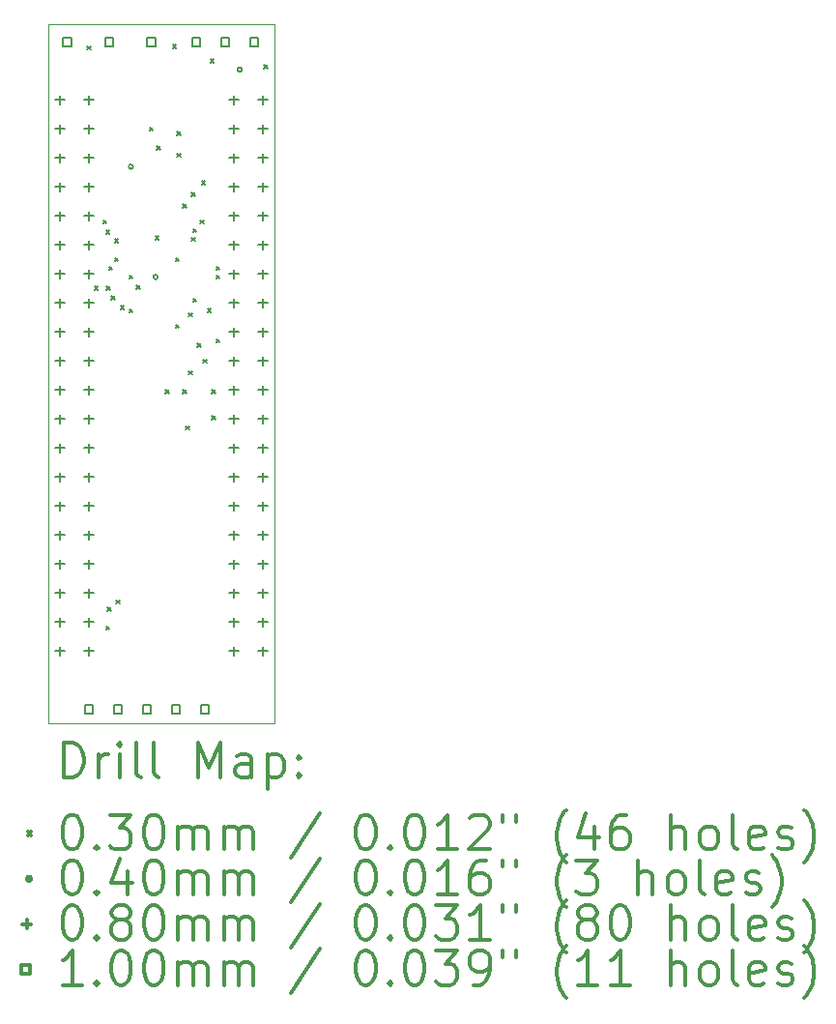
<source format=gbr>
%FSLAX45Y45*%
G04 Gerber Fmt 4.5, Leading zero omitted, Abs format (unit mm)*
G04 Created by KiCad (PCBNEW (5.1.5)-3) date 2020-06-01 03:44:00*
%MOMM*%
%LPD*%
G04 APERTURE LIST*
%TA.AperFunction,Profile*%
%ADD10C,0.050000*%
%TD*%
%ADD11C,0.200000*%
%ADD12C,0.300000*%
G04 APERTURE END LIST*
D10*
X9804400Y-4419600D02*
X9804400Y-10541000D01*
X9817100Y-4419600D02*
X9804400Y-4419600D01*
X11785600Y-10541000D02*
X9804400Y-10541000D01*
X11785600Y-4419600D02*
X11785600Y-10541000D01*
X9817100Y-4419600D02*
X11785600Y-4419600D01*
D11*
X10145000Y-4607800D02*
X10175000Y-4637800D01*
X10175000Y-4607800D02*
X10145000Y-4637800D01*
X10208500Y-6713386D02*
X10238500Y-6743386D01*
X10238500Y-6713386D02*
X10208500Y-6743386D01*
X10284700Y-6131800D02*
X10314700Y-6161800D01*
X10314700Y-6131800D02*
X10284700Y-6161800D01*
X10310100Y-6220700D02*
X10340100Y-6250700D01*
X10340100Y-6220700D02*
X10310100Y-6250700D01*
X10310100Y-9687800D02*
X10340100Y-9717800D01*
X10340100Y-9687800D02*
X10310100Y-9717800D01*
X10316599Y-6709799D02*
X10346599Y-6739799D01*
X10346599Y-6709799D02*
X10316599Y-6739799D01*
X10322800Y-9522700D02*
X10352800Y-9552700D01*
X10352800Y-9522700D02*
X10322800Y-9552700D01*
X10335500Y-6538200D02*
X10365500Y-6568200D01*
X10365500Y-6538200D02*
X10335500Y-6568200D01*
X10358601Y-6794499D02*
X10388601Y-6824499D01*
X10388601Y-6794499D02*
X10358601Y-6824499D01*
X10386300Y-6296900D02*
X10416300Y-6326900D01*
X10416300Y-6296900D02*
X10386300Y-6326900D01*
X10386300Y-6462000D02*
X10416300Y-6492000D01*
X10416300Y-6462000D02*
X10386300Y-6492000D01*
X10399000Y-9459200D02*
X10429000Y-9489200D01*
X10429000Y-9459200D02*
X10399000Y-9489200D01*
X10437100Y-6881100D02*
X10467100Y-6911100D01*
X10467100Y-6881100D02*
X10437100Y-6911100D01*
X10513300Y-6614400D02*
X10543300Y-6644400D01*
X10543300Y-6614400D02*
X10513300Y-6644400D01*
X10513300Y-6909412D02*
X10543300Y-6939412D01*
X10543300Y-6909412D02*
X10513300Y-6939412D01*
X10576800Y-6703300D02*
X10606800Y-6733300D01*
X10606800Y-6703300D02*
X10576800Y-6733300D01*
X10691100Y-5319000D02*
X10721100Y-5349000D01*
X10721100Y-5319000D02*
X10691100Y-5349000D01*
X10741900Y-6271500D02*
X10771900Y-6301500D01*
X10771900Y-6271500D02*
X10741900Y-6301500D01*
X10754600Y-5484100D02*
X10784600Y-5514100D01*
X10784600Y-5484100D02*
X10754600Y-5514100D01*
X10830800Y-7617700D02*
X10860800Y-7647700D01*
X10860800Y-7617700D02*
X10830800Y-7647700D01*
X10894300Y-4595100D02*
X10924300Y-4625100D01*
X10924300Y-4595100D02*
X10894300Y-4625100D01*
X10919700Y-6462000D02*
X10949700Y-6492000D01*
X10949700Y-6462000D02*
X10919700Y-6492000D01*
X10919700Y-7046200D02*
X10949700Y-7076200D01*
X10949700Y-7046200D02*
X10919700Y-7076200D01*
X10932400Y-5357100D02*
X10962400Y-5387100D01*
X10962400Y-5357100D02*
X10932400Y-5387100D01*
X10932400Y-5547600D02*
X10962400Y-5577600D01*
X10962400Y-5547600D02*
X10932400Y-5577600D01*
X10983200Y-5992100D02*
X11013200Y-6022100D01*
X11013200Y-5992100D02*
X10983200Y-6022100D01*
X10983200Y-7617700D02*
X11013200Y-7647700D01*
X11013200Y-7617700D02*
X10983200Y-7647700D01*
X11008600Y-7935200D02*
X11038600Y-7965200D01*
X11038600Y-7935200D02*
X11008600Y-7965200D01*
X11034000Y-6944600D02*
X11064000Y-6974600D01*
X11064000Y-6944600D02*
X11034000Y-6974600D01*
X11034000Y-7452600D02*
X11064000Y-7482600D01*
X11064000Y-7452600D02*
X11034000Y-7482600D01*
X11059400Y-5890500D02*
X11089400Y-5920500D01*
X11089400Y-5890500D02*
X11059400Y-5920500D01*
X11059400Y-6284200D02*
X11089400Y-6314200D01*
X11089400Y-6284200D02*
X11059400Y-6314200D01*
X11072100Y-6208000D02*
X11102100Y-6238000D01*
X11102100Y-6208000D02*
X11072100Y-6238000D01*
X11072100Y-6817600D02*
X11102100Y-6847600D01*
X11102100Y-6817600D02*
X11072100Y-6847600D01*
X11110200Y-7211300D02*
X11140200Y-7241300D01*
X11140200Y-7211300D02*
X11110200Y-7241300D01*
X11135600Y-6131800D02*
X11165600Y-6161800D01*
X11165600Y-6131800D02*
X11135600Y-6161800D01*
X11148300Y-5788900D02*
X11178300Y-5818900D01*
X11178300Y-5788900D02*
X11148300Y-5818900D01*
X11161000Y-7351000D02*
X11191000Y-7381000D01*
X11191000Y-7351000D02*
X11161000Y-7381000D01*
X11199100Y-6906500D02*
X11229100Y-6936500D01*
X11229100Y-6906500D02*
X11199100Y-6936500D01*
X11224500Y-4722100D02*
X11254500Y-4752100D01*
X11254500Y-4722100D02*
X11224500Y-4752100D01*
X11237200Y-7617700D02*
X11267200Y-7647700D01*
X11267200Y-7617700D02*
X11237200Y-7647700D01*
X11237200Y-7846300D02*
X11267200Y-7876300D01*
X11267200Y-7846300D02*
X11237200Y-7876300D01*
X11275300Y-6538200D02*
X11305300Y-6568200D01*
X11305300Y-6538200D02*
X11275300Y-6568200D01*
X11275300Y-6614400D02*
X11305300Y-6644400D01*
X11305300Y-6614400D02*
X11275300Y-6644400D01*
X11275300Y-7173200D02*
X11305300Y-7203200D01*
X11305300Y-7173200D02*
X11275300Y-7203200D01*
X11694400Y-4772900D02*
X11724400Y-4802900D01*
X11724400Y-4772900D02*
X11694400Y-4802900D01*
X10548300Y-5664200D02*
G75*
G03X10548300Y-5664200I-20000J0D01*
G01*
X10764200Y-6629400D02*
G75*
G03X10764200Y-6629400I-20000J0D01*
G01*
X11500800Y-4813300D02*
G75*
G03X11500800Y-4813300I-20000J0D01*
G01*
X10160000Y-5040000D02*
X10160000Y-5120000D01*
X10120000Y-5080000D02*
X10200000Y-5080000D01*
X10160000Y-5294000D02*
X10160000Y-5374000D01*
X10120000Y-5334000D02*
X10200000Y-5334000D01*
X10160000Y-5548000D02*
X10160000Y-5628000D01*
X10120000Y-5588000D02*
X10200000Y-5588000D01*
X10160000Y-5802000D02*
X10160000Y-5882000D01*
X10120000Y-5842000D02*
X10200000Y-5842000D01*
X10160000Y-6056000D02*
X10160000Y-6136000D01*
X10120000Y-6096000D02*
X10200000Y-6096000D01*
X10160000Y-6310000D02*
X10160000Y-6390000D01*
X10120000Y-6350000D02*
X10200000Y-6350000D01*
X10160000Y-6564000D02*
X10160000Y-6644000D01*
X10120000Y-6604000D02*
X10200000Y-6604000D01*
X10160000Y-6818000D02*
X10160000Y-6898000D01*
X10120000Y-6858000D02*
X10200000Y-6858000D01*
X10160000Y-7072000D02*
X10160000Y-7152000D01*
X10120000Y-7112000D02*
X10200000Y-7112000D01*
X10160000Y-7326000D02*
X10160000Y-7406000D01*
X10120000Y-7366000D02*
X10200000Y-7366000D01*
X10160000Y-7580000D02*
X10160000Y-7660000D01*
X10120000Y-7620000D02*
X10200000Y-7620000D01*
X10160000Y-7834000D02*
X10160000Y-7914000D01*
X10120000Y-7874000D02*
X10200000Y-7874000D01*
X10160000Y-8088000D02*
X10160000Y-8168000D01*
X10120000Y-8128000D02*
X10200000Y-8128000D01*
X10160000Y-8342000D02*
X10160000Y-8422000D01*
X10120000Y-8382000D02*
X10200000Y-8382000D01*
X10160000Y-8596000D02*
X10160000Y-8676000D01*
X10120000Y-8636000D02*
X10200000Y-8636000D01*
X10160000Y-8850000D02*
X10160000Y-8930000D01*
X10120000Y-8890000D02*
X10200000Y-8890000D01*
X10160000Y-9104000D02*
X10160000Y-9184000D01*
X10120000Y-9144000D02*
X10200000Y-9144000D01*
X10160000Y-9358000D02*
X10160000Y-9438000D01*
X10120000Y-9398000D02*
X10200000Y-9398000D01*
X10160000Y-9612000D02*
X10160000Y-9692000D01*
X10120000Y-9652000D02*
X10200000Y-9652000D01*
X10160000Y-9866000D02*
X10160000Y-9946000D01*
X10120000Y-9906000D02*
X10200000Y-9906000D01*
X11684000Y-5040000D02*
X11684000Y-5120000D01*
X11644000Y-5080000D02*
X11724000Y-5080000D01*
X11684000Y-5294000D02*
X11684000Y-5374000D01*
X11644000Y-5334000D02*
X11724000Y-5334000D01*
X11684000Y-5548000D02*
X11684000Y-5628000D01*
X11644000Y-5588000D02*
X11724000Y-5588000D01*
X11684000Y-5802000D02*
X11684000Y-5882000D01*
X11644000Y-5842000D02*
X11724000Y-5842000D01*
X11684000Y-6056000D02*
X11684000Y-6136000D01*
X11644000Y-6096000D02*
X11724000Y-6096000D01*
X11684000Y-6310000D02*
X11684000Y-6390000D01*
X11644000Y-6350000D02*
X11724000Y-6350000D01*
X11684000Y-6564000D02*
X11684000Y-6644000D01*
X11644000Y-6604000D02*
X11724000Y-6604000D01*
X11684000Y-6818000D02*
X11684000Y-6898000D01*
X11644000Y-6858000D02*
X11724000Y-6858000D01*
X11684000Y-7072000D02*
X11684000Y-7152000D01*
X11644000Y-7112000D02*
X11724000Y-7112000D01*
X11684000Y-7326000D02*
X11684000Y-7406000D01*
X11644000Y-7366000D02*
X11724000Y-7366000D01*
X11684000Y-7580000D02*
X11684000Y-7660000D01*
X11644000Y-7620000D02*
X11724000Y-7620000D01*
X11684000Y-7834000D02*
X11684000Y-7914000D01*
X11644000Y-7874000D02*
X11724000Y-7874000D01*
X11684000Y-8088000D02*
X11684000Y-8168000D01*
X11644000Y-8128000D02*
X11724000Y-8128000D01*
X11684000Y-8342000D02*
X11684000Y-8422000D01*
X11644000Y-8382000D02*
X11724000Y-8382000D01*
X11684000Y-8596000D02*
X11684000Y-8676000D01*
X11644000Y-8636000D02*
X11724000Y-8636000D01*
X11684000Y-8850000D02*
X11684000Y-8930000D01*
X11644000Y-8890000D02*
X11724000Y-8890000D01*
X11684000Y-9104000D02*
X11684000Y-9184000D01*
X11644000Y-9144000D02*
X11724000Y-9144000D01*
X11684000Y-9358000D02*
X11684000Y-9438000D01*
X11644000Y-9398000D02*
X11724000Y-9398000D01*
X11684000Y-9612000D02*
X11684000Y-9692000D01*
X11644000Y-9652000D02*
X11724000Y-9652000D01*
X11684000Y-9866000D02*
X11684000Y-9946000D01*
X11644000Y-9906000D02*
X11724000Y-9906000D01*
X9906000Y-5040000D02*
X9906000Y-5120000D01*
X9866000Y-5080000D02*
X9946000Y-5080000D01*
X9906000Y-5294000D02*
X9906000Y-5374000D01*
X9866000Y-5334000D02*
X9946000Y-5334000D01*
X9906000Y-5548000D02*
X9906000Y-5628000D01*
X9866000Y-5588000D02*
X9946000Y-5588000D01*
X9906000Y-5802000D02*
X9906000Y-5882000D01*
X9866000Y-5842000D02*
X9946000Y-5842000D01*
X9906000Y-6056000D02*
X9906000Y-6136000D01*
X9866000Y-6096000D02*
X9946000Y-6096000D01*
X9906000Y-6310000D02*
X9906000Y-6390000D01*
X9866000Y-6350000D02*
X9946000Y-6350000D01*
X9906000Y-6564000D02*
X9906000Y-6644000D01*
X9866000Y-6604000D02*
X9946000Y-6604000D01*
X9906000Y-6818000D02*
X9906000Y-6898000D01*
X9866000Y-6858000D02*
X9946000Y-6858000D01*
X9906000Y-7072000D02*
X9906000Y-7152000D01*
X9866000Y-7112000D02*
X9946000Y-7112000D01*
X9906000Y-7326000D02*
X9906000Y-7406000D01*
X9866000Y-7366000D02*
X9946000Y-7366000D01*
X9906000Y-7580000D02*
X9906000Y-7660000D01*
X9866000Y-7620000D02*
X9946000Y-7620000D01*
X9906000Y-7834000D02*
X9906000Y-7914000D01*
X9866000Y-7874000D02*
X9946000Y-7874000D01*
X9906000Y-8088000D02*
X9906000Y-8168000D01*
X9866000Y-8128000D02*
X9946000Y-8128000D01*
X9906000Y-8342000D02*
X9906000Y-8422000D01*
X9866000Y-8382000D02*
X9946000Y-8382000D01*
X9906000Y-8596000D02*
X9906000Y-8676000D01*
X9866000Y-8636000D02*
X9946000Y-8636000D01*
X9906000Y-8850000D02*
X9906000Y-8930000D01*
X9866000Y-8890000D02*
X9946000Y-8890000D01*
X9906000Y-9104000D02*
X9906000Y-9184000D01*
X9866000Y-9144000D02*
X9946000Y-9144000D01*
X9906000Y-9358000D02*
X9906000Y-9438000D01*
X9866000Y-9398000D02*
X9946000Y-9398000D01*
X9906000Y-9612000D02*
X9906000Y-9692000D01*
X9866000Y-9652000D02*
X9946000Y-9652000D01*
X9906000Y-9866000D02*
X9906000Y-9946000D01*
X9866000Y-9906000D02*
X9946000Y-9906000D01*
X11430000Y-5040000D02*
X11430000Y-5120000D01*
X11390000Y-5080000D02*
X11470000Y-5080000D01*
X11430000Y-5294000D02*
X11430000Y-5374000D01*
X11390000Y-5334000D02*
X11470000Y-5334000D01*
X11430000Y-5548000D02*
X11430000Y-5628000D01*
X11390000Y-5588000D02*
X11470000Y-5588000D01*
X11430000Y-5802000D02*
X11430000Y-5882000D01*
X11390000Y-5842000D02*
X11470000Y-5842000D01*
X11430000Y-6056000D02*
X11430000Y-6136000D01*
X11390000Y-6096000D02*
X11470000Y-6096000D01*
X11430000Y-6310000D02*
X11430000Y-6390000D01*
X11390000Y-6350000D02*
X11470000Y-6350000D01*
X11430000Y-6564000D02*
X11430000Y-6644000D01*
X11390000Y-6604000D02*
X11470000Y-6604000D01*
X11430000Y-6818000D02*
X11430000Y-6898000D01*
X11390000Y-6858000D02*
X11470000Y-6858000D01*
X11430000Y-7072000D02*
X11430000Y-7152000D01*
X11390000Y-7112000D02*
X11470000Y-7112000D01*
X11430000Y-7326000D02*
X11430000Y-7406000D01*
X11390000Y-7366000D02*
X11470000Y-7366000D01*
X11430000Y-7580000D02*
X11430000Y-7660000D01*
X11390000Y-7620000D02*
X11470000Y-7620000D01*
X11430000Y-7834000D02*
X11430000Y-7914000D01*
X11390000Y-7874000D02*
X11470000Y-7874000D01*
X11430000Y-8088000D02*
X11430000Y-8168000D01*
X11390000Y-8128000D02*
X11470000Y-8128000D01*
X11430000Y-8342000D02*
X11430000Y-8422000D01*
X11390000Y-8382000D02*
X11470000Y-8382000D01*
X11430000Y-8596000D02*
X11430000Y-8676000D01*
X11390000Y-8636000D02*
X11470000Y-8636000D01*
X11430000Y-8850000D02*
X11430000Y-8930000D01*
X11390000Y-8890000D02*
X11470000Y-8890000D01*
X11430000Y-9104000D02*
X11430000Y-9184000D01*
X11390000Y-9144000D02*
X11470000Y-9144000D01*
X11430000Y-9358000D02*
X11430000Y-9438000D01*
X11390000Y-9398000D02*
X11470000Y-9398000D01*
X11430000Y-9612000D02*
X11430000Y-9692000D01*
X11390000Y-9652000D02*
X11470000Y-9652000D01*
X11430000Y-9866000D02*
X11430000Y-9946000D01*
X11390000Y-9906000D02*
X11470000Y-9906000D01*
X10195356Y-10449356D02*
X10195356Y-10378644D01*
X10124644Y-10378644D01*
X10124644Y-10449356D01*
X10195356Y-10449356D01*
X10449356Y-10449356D02*
X10449356Y-10378644D01*
X10378644Y-10378644D01*
X10378644Y-10449356D01*
X10449356Y-10449356D01*
X10703356Y-10449356D02*
X10703356Y-10378644D01*
X10632644Y-10378644D01*
X10632644Y-10449356D01*
X10703356Y-10449356D01*
X10957356Y-10449356D02*
X10957356Y-10378644D01*
X10886644Y-10378644D01*
X10886644Y-10449356D01*
X10957356Y-10449356D01*
X11211356Y-10449356D02*
X11211356Y-10378644D01*
X11140644Y-10378644D01*
X11140644Y-10449356D01*
X11211356Y-10449356D01*
X10373156Y-4607356D02*
X10373156Y-4536644D01*
X10302444Y-4536644D01*
X10302444Y-4607356D01*
X10373156Y-4607356D01*
X11135156Y-4607356D02*
X11135156Y-4536644D01*
X11064444Y-4536644D01*
X11064444Y-4607356D01*
X11135156Y-4607356D01*
X11389156Y-4607356D02*
X11389156Y-4536644D01*
X11318444Y-4536644D01*
X11318444Y-4607356D01*
X11389156Y-4607356D01*
X11643156Y-4607356D02*
X11643156Y-4536644D01*
X11572444Y-4536644D01*
X11572444Y-4607356D01*
X11643156Y-4607356D01*
X10004856Y-4607356D02*
X10004856Y-4536644D01*
X9934144Y-4536644D01*
X9934144Y-4607356D01*
X10004856Y-4607356D01*
X10741456Y-4607356D02*
X10741456Y-4536644D01*
X10670744Y-4536644D01*
X10670744Y-4607356D01*
X10741456Y-4607356D01*
D12*
X9942429Y-11009214D02*
X9942429Y-10709214D01*
X10013857Y-10709214D01*
X10056714Y-10723500D01*
X10085286Y-10752072D01*
X10099571Y-10780643D01*
X10113857Y-10837786D01*
X10113857Y-10880643D01*
X10099571Y-10937786D01*
X10085286Y-10966357D01*
X10056714Y-10994929D01*
X10013857Y-11009214D01*
X9942429Y-11009214D01*
X10242429Y-11009214D02*
X10242429Y-10809214D01*
X10242429Y-10866357D02*
X10256714Y-10837786D01*
X10271000Y-10823500D01*
X10299571Y-10809214D01*
X10328143Y-10809214D01*
X10428143Y-11009214D02*
X10428143Y-10809214D01*
X10428143Y-10709214D02*
X10413857Y-10723500D01*
X10428143Y-10737786D01*
X10442429Y-10723500D01*
X10428143Y-10709214D01*
X10428143Y-10737786D01*
X10613857Y-11009214D02*
X10585286Y-10994929D01*
X10571000Y-10966357D01*
X10571000Y-10709214D01*
X10771000Y-11009214D02*
X10742429Y-10994929D01*
X10728143Y-10966357D01*
X10728143Y-10709214D01*
X11113857Y-11009214D02*
X11113857Y-10709214D01*
X11213857Y-10923500D01*
X11313857Y-10709214D01*
X11313857Y-11009214D01*
X11585286Y-11009214D02*
X11585286Y-10852072D01*
X11571000Y-10823500D01*
X11542428Y-10809214D01*
X11485286Y-10809214D01*
X11456714Y-10823500D01*
X11585286Y-10994929D02*
X11556714Y-11009214D01*
X11485286Y-11009214D01*
X11456714Y-10994929D01*
X11442428Y-10966357D01*
X11442428Y-10937786D01*
X11456714Y-10909214D01*
X11485286Y-10894929D01*
X11556714Y-10894929D01*
X11585286Y-10880643D01*
X11728143Y-10809214D02*
X11728143Y-11109214D01*
X11728143Y-10823500D02*
X11756714Y-10809214D01*
X11813857Y-10809214D01*
X11842428Y-10823500D01*
X11856714Y-10837786D01*
X11871000Y-10866357D01*
X11871000Y-10952072D01*
X11856714Y-10980643D01*
X11842428Y-10994929D01*
X11813857Y-11009214D01*
X11756714Y-11009214D01*
X11728143Y-10994929D01*
X11999571Y-10980643D02*
X12013857Y-10994929D01*
X11999571Y-11009214D01*
X11985286Y-10994929D01*
X11999571Y-10980643D01*
X11999571Y-11009214D01*
X11999571Y-10823500D02*
X12013857Y-10837786D01*
X11999571Y-10852072D01*
X11985286Y-10837786D01*
X11999571Y-10823500D01*
X11999571Y-10852072D01*
X9626000Y-11488500D02*
X9656000Y-11518500D01*
X9656000Y-11488500D02*
X9626000Y-11518500D01*
X9999571Y-11339214D02*
X10028143Y-11339214D01*
X10056714Y-11353500D01*
X10071000Y-11367786D01*
X10085286Y-11396357D01*
X10099571Y-11453500D01*
X10099571Y-11524929D01*
X10085286Y-11582071D01*
X10071000Y-11610643D01*
X10056714Y-11624929D01*
X10028143Y-11639214D01*
X9999571Y-11639214D01*
X9971000Y-11624929D01*
X9956714Y-11610643D01*
X9942429Y-11582071D01*
X9928143Y-11524929D01*
X9928143Y-11453500D01*
X9942429Y-11396357D01*
X9956714Y-11367786D01*
X9971000Y-11353500D01*
X9999571Y-11339214D01*
X10228143Y-11610643D02*
X10242429Y-11624929D01*
X10228143Y-11639214D01*
X10213857Y-11624929D01*
X10228143Y-11610643D01*
X10228143Y-11639214D01*
X10342429Y-11339214D02*
X10528143Y-11339214D01*
X10428143Y-11453500D01*
X10471000Y-11453500D01*
X10499571Y-11467786D01*
X10513857Y-11482071D01*
X10528143Y-11510643D01*
X10528143Y-11582071D01*
X10513857Y-11610643D01*
X10499571Y-11624929D01*
X10471000Y-11639214D01*
X10385286Y-11639214D01*
X10356714Y-11624929D01*
X10342429Y-11610643D01*
X10713857Y-11339214D02*
X10742429Y-11339214D01*
X10771000Y-11353500D01*
X10785286Y-11367786D01*
X10799571Y-11396357D01*
X10813857Y-11453500D01*
X10813857Y-11524929D01*
X10799571Y-11582071D01*
X10785286Y-11610643D01*
X10771000Y-11624929D01*
X10742429Y-11639214D01*
X10713857Y-11639214D01*
X10685286Y-11624929D01*
X10671000Y-11610643D01*
X10656714Y-11582071D01*
X10642429Y-11524929D01*
X10642429Y-11453500D01*
X10656714Y-11396357D01*
X10671000Y-11367786D01*
X10685286Y-11353500D01*
X10713857Y-11339214D01*
X10942429Y-11639214D02*
X10942429Y-11439214D01*
X10942429Y-11467786D02*
X10956714Y-11453500D01*
X10985286Y-11439214D01*
X11028143Y-11439214D01*
X11056714Y-11453500D01*
X11071000Y-11482071D01*
X11071000Y-11639214D01*
X11071000Y-11482071D02*
X11085286Y-11453500D01*
X11113857Y-11439214D01*
X11156714Y-11439214D01*
X11185286Y-11453500D01*
X11199571Y-11482071D01*
X11199571Y-11639214D01*
X11342428Y-11639214D02*
X11342428Y-11439214D01*
X11342428Y-11467786D02*
X11356714Y-11453500D01*
X11385286Y-11439214D01*
X11428143Y-11439214D01*
X11456714Y-11453500D01*
X11471000Y-11482071D01*
X11471000Y-11639214D01*
X11471000Y-11482071D02*
X11485286Y-11453500D01*
X11513857Y-11439214D01*
X11556714Y-11439214D01*
X11585286Y-11453500D01*
X11599571Y-11482071D01*
X11599571Y-11639214D01*
X12185286Y-11324929D02*
X11928143Y-11710643D01*
X12571000Y-11339214D02*
X12599571Y-11339214D01*
X12628143Y-11353500D01*
X12642428Y-11367786D01*
X12656714Y-11396357D01*
X12671000Y-11453500D01*
X12671000Y-11524929D01*
X12656714Y-11582071D01*
X12642428Y-11610643D01*
X12628143Y-11624929D01*
X12599571Y-11639214D01*
X12571000Y-11639214D01*
X12542428Y-11624929D01*
X12528143Y-11610643D01*
X12513857Y-11582071D01*
X12499571Y-11524929D01*
X12499571Y-11453500D01*
X12513857Y-11396357D01*
X12528143Y-11367786D01*
X12542428Y-11353500D01*
X12571000Y-11339214D01*
X12799571Y-11610643D02*
X12813857Y-11624929D01*
X12799571Y-11639214D01*
X12785286Y-11624929D01*
X12799571Y-11610643D01*
X12799571Y-11639214D01*
X12999571Y-11339214D02*
X13028143Y-11339214D01*
X13056714Y-11353500D01*
X13071000Y-11367786D01*
X13085286Y-11396357D01*
X13099571Y-11453500D01*
X13099571Y-11524929D01*
X13085286Y-11582071D01*
X13071000Y-11610643D01*
X13056714Y-11624929D01*
X13028143Y-11639214D01*
X12999571Y-11639214D01*
X12971000Y-11624929D01*
X12956714Y-11610643D01*
X12942428Y-11582071D01*
X12928143Y-11524929D01*
X12928143Y-11453500D01*
X12942428Y-11396357D01*
X12956714Y-11367786D01*
X12971000Y-11353500D01*
X12999571Y-11339214D01*
X13385286Y-11639214D02*
X13213857Y-11639214D01*
X13299571Y-11639214D02*
X13299571Y-11339214D01*
X13271000Y-11382071D01*
X13242428Y-11410643D01*
X13213857Y-11424929D01*
X13499571Y-11367786D02*
X13513857Y-11353500D01*
X13542428Y-11339214D01*
X13613857Y-11339214D01*
X13642428Y-11353500D01*
X13656714Y-11367786D01*
X13671000Y-11396357D01*
X13671000Y-11424929D01*
X13656714Y-11467786D01*
X13485286Y-11639214D01*
X13671000Y-11639214D01*
X13785286Y-11339214D02*
X13785286Y-11396357D01*
X13899571Y-11339214D02*
X13899571Y-11396357D01*
X14342428Y-11753500D02*
X14328143Y-11739214D01*
X14299571Y-11696357D01*
X14285286Y-11667786D01*
X14271000Y-11624929D01*
X14256714Y-11553500D01*
X14256714Y-11496357D01*
X14271000Y-11424929D01*
X14285286Y-11382071D01*
X14299571Y-11353500D01*
X14328143Y-11310643D01*
X14342428Y-11296357D01*
X14585286Y-11439214D02*
X14585286Y-11639214D01*
X14513857Y-11324929D02*
X14442428Y-11539214D01*
X14628143Y-11539214D01*
X14871000Y-11339214D02*
X14813857Y-11339214D01*
X14785286Y-11353500D01*
X14771000Y-11367786D01*
X14742428Y-11410643D01*
X14728143Y-11467786D01*
X14728143Y-11582071D01*
X14742428Y-11610643D01*
X14756714Y-11624929D01*
X14785286Y-11639214D01*
X14842428Y-11639214D01*
X14871000Y-11624929D01*
X14885286Y-11610643D01*
X14899571Y-11582071D01*
X14899571Y-11510643D01*
X14885286Y-11482071D01*
X14871000Y-11467786D01*
X14842428Y-11453500D01*
X14785286Y-11453500D01*
X14756714Y-11467786D01*
X14742428Y-11482071D01*
X14728143Y-11510643D01*
X15256714Y-11639214D02*
X15256714Y-11339214D01*
X15385286Y-11639214D02*
X15385286Y-11482071D01*
X15371000Y-11453500D01*
X15342428Y-11439214D01*
X15299571Y-11439214D01*
X15271000Y-11453500D01*
X15256714Y-11467786D01*
X15571000Y-11639214D02*
X15542428Y-11624929D01*
X15528143Y-11610643D01*
X15513857Y-11582071D01*
X15513857Y-11496357D01*
X15528143Y-11467786D01*
X15542428Y-11453500D01*
X15571000Y-11439214D01*
X15613857Y-11439214D01*
X15642428Y-11453500D01*
X15656714Y-11467786D01*
X15671000Y-11496357D01*
X15671000Y-11582071D01*
X15656714Y-11610643D01*
X15642428Y-11624929D01*
X15613857Y-11639214D01*
X15571000Y-11639214D01*
X15842428Y-11639214D02*
X15813857Y-11624929D01*
X15799571Y-11596357D01*
X15799571Y-11339214D01*
X16071000Y-11624929D02*
X16042428Y-11639214D01*
X15985286Y-11639214D01*
X15956714Y-11624929D01*
X15942428Y-11596357D01*
X15942428Y-11482071D01*
X15956714Y-11453500D01*
X15985286Y-11439214D01*
X16042428Y-11439214D01*
X16071000Y-11453500D01*
X16085286Y-11482071D01*
X16085286Y-11510643D01*
X15942428Y-11539214D01*
X16199571Y-11624929D02*
X16228143Y-11639214D01*
X16285286Y-11639214D01*
X16313857Y-11624929D01*
X16328143Y-11596357D01*
X16328143Y-11582071D01*
X16313857Y-11553500D01*
X16285286Y-11539214D01*
X16242428Y-11539214D01*
X16213857Y-11524929D01*
X16199571Y-11496357D01*
X16199571Y-11482071D01*
X16213857Y-11453500D01*
X16242428Y-11439214D01*
X16285286Y-11439214D01*
X16313857Y-11453500D01*
X16428143Y-11753500D02*
X16442428Y-11739214D01*
X16471000Y-11696357D01*
X16485286Y-11667786D01*
X16499571Y-11624929D01*
X16513857Y-11553500D01*
X16513857Y-11496357D01*
X16499571Y-11424929D01*
X16485286Y-11382071D01*
X16471000Y-11353500D01*
X16442428Y-11310643D01*
X16428143Y-11296357D01*
X9656000Y-11899500D02*
G75*
G03X9656000Y-11899500I-20000J0D01*
G01*
X9999571Y-11735214D02*
X10028143Y-11735214D01*
X10056714Y-11749500D01*
X10071000Y-11763786D01*
X10085286Y-11792357D01*
X10099571Y-11849500D01*
X10099571Y-11920929D01*
X10085286Y-11978071D01*
X10071000Y-12006643D01*
X10056714Y-12020929D01*
X10028143Y-12035214D01*
X9999571Y-12035214D01*
X9971000Y-12020929D01*
X9956714Y-12006643D01*
X9942429Y-11978071D01*
X9928143Y-11920929D01*
X9928143Y-11849500D01*
X9942429Y-11792357D01*
X9956714Y-11763786D01*
X9971000Y-11749500D01*
X9999571Y-11735214D01*
X10228143Y-12006643D02*
X10242429Y-12020929D01*
X10228143Y-12035214D01*
X10213857Y-12020929D01*
X10228143Y-12006643D01*
X10228143Y-12035214D01*
X10499571Y-11835214D02*
X10499571Y-12035214D01*
X10428143Y-11720929D02*
X10356714Y-11935214D01*
X10542429Y-11935214D01*
X10713857Y-11735214D02*
X10742429Y-11735214D01*
X10771000Y-11749500D01*
X10785286Y-11763786D01*
X10799571Y-11792357D01*
X10813857Y-11849500D01*
X10813857Y-11920929D01*
X10799571Y-11978071D01*
X10785286Y-12006643D01*
X10771000Y-12020929D01*
X10742429Y-12035214D01*
X10713857Y-12035214D01*
X10685286Y-12020929D01*
X10671000Y-12006643D01*
X10656714Y-11978071D01*
X10642429Y-11920929D01*
X10642429Y-11849500D01*
X10656714Y-11792357D01*
X10671000Y-11763786D01*
X10685286Y-11749500D01*
X10713857Y-11735214D01*
X10942429Y-12035214D02*
X10942429Y-11835214D01*
X10942429Y-11863786D02*
X10956714Y-11849500D01*
X10985286Y-11835214D01*
X11028143Y-11835214D01*
X11056714Y-11849500D01*
X11071000Y-11878071D01*
X11071000Y-12035214D01*
X11071000Y-11878071D02*
X11085286Y-11849500D01*
X11113857Y-11835214D01*
X11156714Y-11835214D01*
X11185286Y-11849500D01*
X11199571Y-11878071D01*
X11199571Y-12035214D01*
X11342428Y-12035214D02*
X11342428Y-11835214D01*
X11342428Y-11863786D02*
X11356714Y-11849500D01*
X11385286Y-11835214D01*
X11428143Y-11835214D01*
X11456714Y-11849500D01*
X11471000Y-11878071D01*
X11471000Y-12035214D01*
X11471000Y-11878071D02*
X11485286Y-11849500D01*
X11513857Y-11835214D01*
X11556714Y-11835214D01*
X11585286Y-11849500D01*
X11599571Y-11878071D01*
X11599571Y-12035214D01*
X12185286Y-11720929D02*
X11928143Y-12106643D01*
X12571000Y-11735214D02*
X12599571Y-11735214D01*
X12628143Y-11749500D01*
X12642428Y-11763786D01*
X12656714Y-11792357D01*
X12671000Y-11849500D01*
X12671000Y-11920929D01*
X12656714Y-11978071D01*
X12642428Y-12006643D01*
X12628143Y-12020929D01*
X12599571Y-12035214D01*
X12571000Y-12035214D01*
X12542428Y-12020929D01*
X12528143Y-12006643D01*
X12513857Y-11978071D01*
X12499571Y-11920929D01*
X12499571Y-11849500D01*
X12513857Y-11792357D01*
X12528143Y-11763786D01*
X12542428Y-11749500D01*
X12571000Y-11735214D01*
X12799571Y-12006643D02*
X12813857Y-12020929D01*
X12799571Y-12035214D01*
X12785286Y-12020929D01*
X12799571Y-12006643D01*
X12799571Y-12035214D01*
X12999571Y-11735214D02*
X13028143Y-11735214D01*
X13056714Y-11749500D01*
X13071000Y-11763786D01*
X13085286Y-11792357D01*
X13099571Y-11849500D01*
X13099571Y-11920929D01*
X13085286Y-11978071D01*
X13071000Y-12006643D01*
X13056714Y-12020929D01*
X13028143Y-12035214D01*
X12999571Y-12035214D01*
X12971000Y-12020929D01*
X12956714Y-12006643D01*
X12942428Y-11978071D01*
X12928143Y-11920929D01*
X12928143Y-11849500D01*
X12942428Y-11792357D01*
X12956714Y-11763786D01*
X12971000Y-11749500D01*
X12999571Y-11735214D01*
X13385286Y-12035214D02*
X13213857Y-12035214D01*
X13299571Y-12035214D02*
X13299571Y-11735214D01*
X13271000Y-11778071D01*
X13242428Y-11806643D01*
X13213857Y-11820929D01*
X13642428Y-11735214D02*
X13585286Y-11735214D01*
X13556714Y-11749500D01*
X13542428Y-11763786D01*
X13513857Y-11806643D01*
X13499571Y-11863786D01*
X13499571Y-11978071D01*
X13513857Y-12006643D01*
X13528143Y-12020929D01*
X13556714Y-12035214D01*
X13613857Y-12035214D01*
X13642428Y-12020929D01*
X13656714Y-12006643D01*
X13671000Y-11978071D01*
X13671000Y-11906643D01*
X13656714Y-11878071D01*
X13642428Y-11863786D01*
X13613857Y-11849500D01*
X13556714Y-11849500D01*
X13528143Y-11863786D01*
X13513857Y-11878071D01*
X13499571Y-11906643D01*
X13785286Y-11735214D02*
X13785286Y-11792357D01*
X13899571Y-11735214D02*
X13899571Y-11792357D01*
X14342428Y-12149500D02*
X14328143Y-12135214D01*
X14299571Y-12092357D01*
X14285286Y-12063786D01*
X14271000Y-12020929D01*
X14256714Y-11949500D01*
X14256714Y-11892357D01*
X14271000Y-11820929D01*
X14285286Y-11778071D01*
X14299571Y-11749500D01*
X14328143Y-11706643D01*
X14342428Y-11692357D01*
X14428143Y-11735214D02*
X14613857Y-11735214D01*
X14513857Y-11849500D01*
X14556714Y-11849500D01*
X14585286Y-11863786D01*
X14599571Y-11878071D01*
X14613857Y-11906643D01*
X14613857Y-11978071D01*
X14599571Y-12006643D01*
X14585286Y-12020929D01*
X14556714Y-12035214D01*
X14471000Y-12035214D01*
X14442428Y-12020929D01*
X14428143Y-12006643D01*
X14971000Y-12035214D02*
X14971000Y-11735214D01*
X15099571Y-12035214D02*
X15099571Y-11878071D01*
X15085286Y-11849500D01*
X15056714Y-11835214D01*
X15013857Y-11835214D01*
X14985286Y-11849500D01*
X14971000Y-11863786D01*
X15285286Y-12035214D02*
X15256714Y-12020929D01*
X15242428Y-12006643D01*
X15228143Y-11978071D01*
X15228143Y-11892357D01*
X15242428Y-11863786D01*
X15256714Y-11849500D01*
X15285286Y-11835214D01*
X15328143Y-11835214D01*
X15356714Y-11849500D01*
X15371000Y-11863786D01*
X15385286Y-11892357D01*
X15385286Y-11978071D01*
X15371000Y-12006643D01*
X15356714Y-12020929D01*
X15328143Y-12035214D01*
X15285286Y-12035214D01*
X15556714Y-12035214D02*
X15528143Y-12020929D01*
X15513857Y-11992357D01*
X15513857Y-11735214D01*
X15785286Y-12020929D02*
X15756714Y-12035214D01*
X15699571Y-12035214D01*
X15671000Y-12020929D01*
X15656714Y-11992357D01*
X15656714Y-11878071D01*
X15671000Y-11849500D01*
X15699571Y-11835214D01*
X15756714Y-11835214D01*
X15785286Y-11849500D01*
X15799571Y-11878071D01*
X15799571Y-11906643D01*
X15656714Y-11935214D01*
X15913857Y-12020929D02*
X15942428Y-12035214D01*
X15999571Y-12035214D01*
X16028143Y-12020929D01*
X16042428Y-11992357D01*
X16042428Y-11978071D01*
X16028143Y-11949500D01*
X15999571Y-11935214D01*
X15956714Y-11935214D01*
X15928143Y-11920929D01*
X15913857Y-11892357D01*
X15913857Y-11878071D01*
X15928143Y-11849500D01*
X15956714Y-11835214D01*
X15999571Y-11835214D01*
X16028143Y-11849500D01*
X16142428Y-12149500D02*
X16156714Y-12135214D01*
X16185286Y-12092357D01*
X16199571Y-12063786D01*
X16213857Y-12020929D01*
X16228143Y-11949500D01*
X16228143Y-11892357D01*
X16213857Y-11820929D01*
X16199571Y-11778071D01*
X16185286Y-11749500D01*
X16156714Y-11706643D01*
X16142428Y-11692357D01*
X9616000Y-12255500D02*
X9616000Y-12335500D01*
X9576000Y-12295500D02*
X9656000Y-12295500D01*
X9999571Y-12131214D02*
X10028143Y-12131214D01*
X10056714Y-12145500D01*
X10071000Y-12159786D01*
X10085286Y-12188357D01*
X10099571Y-12245500D01*
X10099571Y-12316929D01*
X10085286Y-12374071D01*
X10071000Y-12402643D01*
X10056714Y-12416929D01*
X10028143Y-12431214D01*
X9999571Y-12431214D01*
X9971000Y-12416929D01*
X9956714Y-12402643D01*
X9942429Y-12374071D01*
X9928143Y-12316929D01*
X9928143Y-12245500D01*
X9942429Y-12188357D01*
X9956714Y-12159786D01*
X9971000Y-12145500D01*
X9999571Y-12131214D01*
X10228143Y-12402643D02*
X10242429Y-12416929D01*
X10228143Y-12431214D01*
X10213857Y-12416929D01*
X10228143Y-12402643D01*
X10228143Y-12431214D01*
X10413857Y-12259786D02*
X10385286Y-12245500D01*
X10371000Y-12231214D01*
X10356714Y-12202643D01*
X10356714Y-12188357D01*
X10371000Y-12159786D01*
X10385286Y-12145500D01*
X10413857Y-12131214D01*
X10471000Y-12131214D01*
X10499571Y-12145500D01*
X10513857Y-12159786D01*
X10528143Y-12188357D01*
X10528143Y-12202643D01*
X10513857Y-12231214D01*
X10499571Y-12245500D01*
X10471000Y-12259786D01*
X10413857Y-12259786D01*
X10385286Y-12274071D01*
X10371000Y-12288357D01*
X10356714Y-12316929D01*
X10356714Y-12374071D01*
X10371000Y-12402643D01*
X10385286Y-12416929D01*
X10413857Y-12431214D01*
X10471000Y-12431214D01*
X10499571Y-12416929D01*
X10513857Y-12402643D01*
X10528143Y-12374071D01*
X10528143Y-12316929D01*
X10513857Y-12288357D01*
X10499571Y-12274071D01*
X10471000Y-12259786D01*
X10713857Y-12131214D02*
X10742429Y-12131214D01*
X10771000Y-12145500D01*
X10785286Y-12159786D01*
X10799571Y-12188357D01*
X10813857Y-12245500D01*
X10813857Y-12316929D01*
X10799571Y-12374071D01*
X10785286Y-12402643D01*
X10771000Y-12416929D01*
X10742429Y-12431214D01*
X10713857Y-12431214D01*
X10685286Y-12416929D01*
X10671000Y-12402643D01*
X10656714Y-12374071D01*
X10642429Y-12316929D01*
X10642429Y-12245500D01*
X10656714Y-12188357D01*
X10671000Y-12159786D01*
X10685286Y-12145500D01*
X10713857Y-12131214D01*
X10942429Y-12431214D02*
X10942429Y-12231214D01*
X10942429Y-12259786D02*
X10956714Y-12245500D01*
X10985286Y-12231214D01*
X11028143Y-12231214D01*
X11056714Y-12245500D01*
X11071000Y-12274071D01*
X11071000Y-12431214D01*
X11071000Y-12274071D02*
X11085286Y-12245500D01*
X11113857Y-12231214D01*
X11156714Y-12231214D01*
X11185286Y-12245500D01*
X11199571Y-12274071D01*
X11199571Y-12431214D01*
X11342428Y-12431214D02*
X11342428Y-12231214D01*
X11342428Y-12259786D02*
X11356714Y-12245500D01*
X11385286Y-12231214D01*
X11428143Y-12231214D01*
X11456714Y-12245500D01*
X11471000Y-12274071D01*
X11471000Y-12431214D01*
X11471000Y-12274071D02*
X11485286Y-12245500D01*
X11513857Y-12231214D01*
X11556714Y-12231214D01*
X11585286Y-12245500D01*
X11599571Y-12274071D01*
X11599571Y-12431214D01*
X12185286Y-12116929D02*
X11928143Y-12502643D01*
X12571000Y-12131214D02*
X12599571Y-12131214D01*
X12628143Y-12145500D01*
X12642428Y-12159786D01*
X12656714Y-12188357D01*
X12671000Y-12245500D01*
X12671000Y-12316929D01*
X12656714Y-12374071D01*
X12642428Y-12402643D01*
X12628143Y-12416929D01*
X12599571Y-12431214D01*
X12571000Y-12431214D01*
X12542428Y-12416929D01*
X12528143Y-12402643D01*
X12513857Y-12374071D01*
X12499571Y-12316929D01*
X12499571Y-12245500D01*
X12513857Y-12188357D01*
X12528143Y-12159786D01*
X12542428Y-12145500D01*
X12571000Y-12131214D01*
X12799571Y-12402643D02*
X12813857Y-12416929D01*
X12799571Y-12431214D01*
X12785286Y-12416929D01*
X12799571Y-12402643D01*
X12799571Y-12431214D01*
X12999571Y-12131214D02*
X13028143Y-12131214D01*
X13056714Y-12145500D01*
X13071000Y-12159786D01*
X13085286Y-12188357D01*
X13099571Y-12245500D01*
X13099571Y-12316929D01*
X13085286Y-12374071D01*
X13071000Y-12402643D01*
X13056714Y-12416929D01*
X13028143Y-12431214D01*
X12999571Y-12431214D01*
X12971000Y-12416929D01*
X12956714Y-12402643D01*
X12942428Y-12374071D01*
X12928143Y-12316929D01*
X12928143Y-12245500D01*
X12942428Y-12188357D01*
X12956714Y-12159786D01*
X12971000Y-12145500D01*
X12999571Y-12131214D01*
X13199571Y-12131214D02*
X13385286Y-12131214D01*
X13285286Y-12245500D01*
X13328143Y-12245500D01*
X13356714Y-12259786D01*
X13371000Y-12274071D01*
X13385286Y-12302643D01*
X13385286Y-12374071D01*
X13371000Y-12402643D01*
X13356714Y-12416929D01*
X13328143Y-12431214D01*
X13242428Y-12431214D01*
X13213857Y-12416929D01*
X13199571Y-12402643D01*
X13671000Y-12431214D02*
X13499571Y-12431214D01*
X13585286Y-12431214D02*
X13585286Y-12131214D01*
X13556714Y-12174071D01*
X13528143Y-12202643D01*
X13499571Y-12216929D01*
X13785286Y-12131214D02*
X13785286Y-12188357D01*
X13899571Y-12131214D02*
X13899571Y-12188357D01*
X14342428Y-12545500D02*
X14328143Y-12531214D01*
X14299571Y-12488357D01*
X14285286Y-12459786D01*
X14271000Y-12416929D01*
X14256714Y-12345500D01*
X14256714Y-12288357D01*
X14271000Y-12216929D01*
X14285286Y-12174071D01*
X14299571Y-12145500D01*
X14328143Y-12102643D01*
X14342428Y-12088357D01*
X14499571Y-12259786D02*
X14471000Y-12245500D01*
X14456714Y-12231214D01*
X14442428Y-12202643D01*
X14442428Y-12188357D01*
X14456714Y-12159786D01*
X14471000Y-12145500D01*
X14499571Y-12131214D01*
X14556714Y-12131214D01*
X14585286Y-12145500D01*
X14599571Y-12159786D01*
X14613857Y-12188357D01*
X14613857Y-12202643D01*
X14599571Y-12231214D01*
X14585286Y-12245500D01*
X14556714Y-12259786D01*
X14499571Y-12259786D01*
X14471000Y-12274071D01*
X14456714Y-12288357D01*
X14442428Y-12316929D01*
X14442428Y-12374071D01*
X14456714Y-12402643D01*
X14471000Y-12416929D01*
X14499571Y-12431214D01*
X14556714Y-12431214D01*
X14585286Y-12416929D01*
X14599571Y-12402643D01*
X14613857Y-12374071D01*
X14613857Y-12316929D01*
X14599571Y-12288357D01*
X14585286Y-12274071D01*
X14556714Y-12259786D01*
X14799571Y-12131214D02*
X14828143Y-12131214D01*
X14856714Y-12145500D01*
X14871000Y-12159786D01*
X14885286Y-12188357D01*
X14899571Y-12245500D01*
X14899571Y-12316929D01*
X14885286Y-12374071D01*
X14871000Y-12402643D01*
X14856714Y-12416929D01*
X14828143Y-12431214D01*
X14799571Y-12431214D01*
X14771000Y-12416929D01*
X14756714Y-12402643D01*
X14742428Y-12374071D01*
X14728143Y-12316929D01*
X14728143Y-12245500D01*
X14742428Y-12188357D01*
X14756714Y-12159786D01*
X14771000Y-12145500D01*
X14799571Y-12131214D01*
X15256714Y-12431214D02*
X15256714Y-12131214D01*
X15385286Y-12431214D02*
X15385286Y-12274071D01*
X15371000Y-12245500D01*
X15342428Y-12231214D01*
X15299571Y-12231214D01*
X15271000Y-12245500D01*
X15256714Y-12259786D01*
X15571000Y-12431214D02*
X15542428Y-12416929D01*
X15528143Y-12402643D01*
X15513857Y-12374071D01*
X15513857Y-12288357D01*
X15528143Y-12259786D01*
X15542428Y-12245500D01*
X15571000Y-12231214D01*
X15613857Y-12231214D01*
X15642428Y-12245500D01*
X15656714Y-12259786D01*
X15671000Y-12288357D01*
X15671000Y-12374071D01*
X15656714Y-12402643D01*
X15642428Y-12416929D01*
X15613857Y-12431214D01*
X15571000Y-12431214D01*
X15842428Y-12431214D02*
X15813857Y-12416929D01*
X15799571Y-12388357D01*
X15799571Y-12131214D01*
X16071000Y-12416929D02*
X16042428Y-12431214D01*
X15985286Y-12431214D01*
X15956714Y-12416929D01*
X15942428Y-12388357D01*
X15942428Y-12274071D01*
X15956714Y-12245500D01*
X15985286Y-12231214D01*
X16042428Y-12231214D01*
X16071000Y-12245500D01*
X16085286Y-12274071D01*
X16085286Y-12302643D01*
X15942428Y-12331214D01*
X16199571Y-12416929D02*
X16228143Y-12431214D01*
X16285286Y-12431214D01*
X16313857Y-12416929D01*
X16328143Y-12388357D01*
X16328143Y-12374071D01*
X16313857Y-12345500D01*
X16285286Y-12331214D01*
X16242428Y-12331214D01*
X16213857Y-12316929D01*
X16199571Y-12288357D01*
X16199571Y-12274071D01*
X16213857Y-12245500D01*
X16242428Y-12231214D01*
X16285286Y-12231214D01*
X16313857Y-12245500D01*
X16428143Y-12545500D02*
X16442428Y-12531214D01*
X16471000Y-12488357D01*
X16485286Y-12459786D01*
X16499571Y-12416929D01*
X16513857Y-12345500D01*
X16513857Y-12288357D01*
X16499571Y-12216929D01*
X16485286Y-12174071D01*
X16471000Y-12145500D01*
X16442428Y-12102643D01*
X16428143Y-12088357D01*
X9641356Y-12726856D02*
X9641356Y-12656144D01*
X9570644Y-12656144D01*
X9570644Y-12726856D01*
X9641356Y-12726856D01*
X10099571Y-12827214D02*
X9928143Y-12827214D01*
X10013857Y-12827214D02*
X10013857Y-12527214D01*
X9985286Y-12570071D01*
X9956714Y-12598643D01*
X9928143Y-12612929D01*
X10228143Y-12798643D02*
X10242429Y-12812929D01*
X10228143Y-12827214D01*
X10213857Y-12812929D01*
X10228143Y-12798643D01*
X10228143Y-12827214D01*
X10428143Y-12527214D02*
X10456714Y-12527214D01*
X10485286Y-12541500D01*
X10499571Y-12555786D01*
X10513857Y-12584357D01*
X10528143Y-12641500D01*
X10528143Y-12712929D01*
X10513857Y-12770071D01*
X10499571Y-12798643D01*
X10485286Y-12812929D01*
X10456714Y-12827214D01*
X10428143Y-12827214D01*
X10399571Y-12812929D01*
X10385286Y-12798643D01*
X10371000Y-12770071D01*
X10356714Y-12712929D01*
X10356714Y-12641500D01*
X10371000Y-12584357D01*
X10385286Y-12555786D01*
X10399571Y-12541500D01*
X10428143Y-12527214D01*
X10713857Y-12527214D02*
X10742429Y-12527214D01*
X10771000Y-12541500D01*
X10785286Y-12555786D01*
X10799571Y-12584357D01*
X10813857Y-12641500D01*
X10813857Y-12712929D01*
X10799571Y-12770071D01*
X10785286Y-12798643D01*
X10771000Y-12812929D01*
X10742429Y-12827214D01*
X10713857Y-12827214D01*
X10685286Y-12812929D01*
X10671000Y-12798643D01*
X10656714Y-12770071D01*
X10642429Y-12712929D01*
X10642429Y-12641500D01*
X10656714Y-12584357D01*
X10671000Y-12555786D01*
X10685286Y-12541500D01*
X10713857Y-12527214D01*
X10942429Y-12827214D02*
X10942429Y-12627214D01*
X10942429Y-12655786D02*
X10956714Y-12641500D01*
X10985286Y-12627214D01*
X11028143Y-12627214D01*
X11056714Y-12641500D01*
X11071000Y-12670071D01*
X11071000Y-12827214D01*
X11071000Y-12670071D02*
X11085286Y-12641500D01*
X11113857Y-12627214D01*
X11156714Y-12627214D01*
X11185286Y-12641500D01*
X11199571Y-12670071D01*
X11199571Y-12827214D01*
X11342428Y-12827214D02*
X11342428Y-12627214D01*
X11342428Y-12655786D02*
X11356714Y-12641500D01*
X11385286Y-12627214D01*
X11428143Y-12627214D01*
X11456714Y-12641500D01*
X11471000Y-12670071D01*
X11471000Y-12827214D01*
X11471000Y-12670071D02*
X11485286Y-12641500D01*
X11513857Y-12627214D01*
X11556714Y-12627214D01*
X11585286Y-12641500D01*
X11599571Y-12670071D01*
X11599571Y-12827214D01*
X12185286Y-12512929D02*
X11928143Y-12898643D01*
X12571000Y-12527214D02*
X12599571Y-12527214D01*
X12628143Y-12541500D01*
X12642428Y-12555786D01*
X12656714Y-12584357D01*
X12671000Y-12641500D01*
X12671000Y-12712929D01*
X12656714Y-12770071D01*
X12642428Y-12798643D01*
X12628143Y-12812929D01*
X12599571Y-12827214D01*
X12571000Y-12827214D01*
X12542428Y-12812929D01*
X12528143Y-12798643D01*
X12513857Y-12770071D01*
X12499571Y-12712929D01*
X12499571Y-12641500D01*
X12513857Y-12584357D01*
X12528143Y-12555786D01*
X12542428Y-12541500D01*
X12571000Y-12527214D01*
X12799571Y-12798643D02*
X12813857Y-12812929D01*
X12799571Y-12827214D01*
X12785286Y-12812929D01*
X12799571Y-12798643D01*
X12799571Y-12827214D01*
X12999571Y-12527214D02*
X13028143Y-12527214D01*
X13056714Y-12541500D01*
X13071000Y-12555786D01*
X13085286Y-12584357D01*
X13099571Y-12641500D01*
X13099571Y-12712929D01*
X13085286Y-12770071D01*
X13071000Y-12798643D01*
X13056714Y-12812929D01*
X13028143Y-12827214D01*
X12999571Y-12827214D01*
X12971000Y-12812929D01*
X12956714Y-12798643D01*
X12942428Y-12770071D01*
X12928143Y-12712929D01*
X12928143Y-12641500D01*
X12942428Y-12584357D01*
X12956714Y-12555786D01*
X12971000Y-12541500D01*
X12999571Y-12527214D01*
X13199571Y-12527214D02*
X13385286Y-12527214D01*
X13285286Y-12641500D01*
X13328143Y-12641500D01*
X13356714Y-12655786D01*
X13371000Y-12670071D01*
X13385286Y-12698643D01*
X13385286Y-12770071D01*
X13371000Y-12798643D01*
X13356714Y-12812929D01*
X13328143Y-12827214D01*
X13242428Y-12827214D01*
X13213857Y-12812929D01*
X13199571Y-12798643D01*
X13528143Y-12827214D02*
X13585286Y-12827214D01*
X13613857Y-12812929D01*
X13628143Y-12798643D01*
X13656714Y-12755786D01*
X13671000Y-12698643D01*
X13671000Y-12584357D01*
X13656714Y-12555786D01*
X13642428Y-12541500D01*
X13613857Y-12527214D01*
X13556714Y-12527214D01*
X13528143Y-12541500D01*
X13513857Y-12555786D01*
X13499571Y-12584357D01*
X13499571Y-12655786D01*
X13513857Y-12684357D01*
X13528143Y-12698643D01*
X13556714Y-12712929D01*
X13613857Y-12712929D01*
X13642428Y-12698643D01*
X13656714Y-12684357D01*
X13671000Y-12655786D01*
X13785286Y-12527214D02*
X13785286Y-12584357D01*
X13899571Y-12527214D02*
X13899571Y-12584357D01*
X14342428Y-12941500D02*
X14328143Y-12927214D01*
X14299571Y-12884357D01*
X14285286Y-12855786D01*
X14271000Y-12812929D01*
X14256714Y-12741500D01*
X14256714Y-12684357D01*
X14271000Y-12612929D01*
X14285286Y-12570071D01*
X14299571Y-12541500D01*
X14328143Y-12498643D01*
X14342428Y-12484357D01*
X14613857Y-12827214D02*
X14442428Y-12827214D01*
X14528143Y-12827214D02*
X14528143Y-12527214D01*
X14499571Y-12570071D01*
X14471000Y-12598643D01*
X14442428Y-12612929D01*
X14899571Y-12827214D02*
X14728143Y-12827214D01*
X14813857Y-12827214D02*
X14813857Y-12527214D01*
X14785286Y-12570071D01*
X14756714Y-12598643D01*
X14728143Y-12612929D01*
X15256714Y-12827214D02*
X15256714Y-12527214D01*
X15385286Y-12827214D02*
X15385286Y-12670071D01*
X15371000Y-12641500D01*
X15342428Y-12627214D01*
X15299571Y-12627214D01*
X15271000Y-12641500D01*
X15256714Y-12655786D01*
X15571000Y-12827214D02*
X15542428Y-12812929D01*
X15528143Y-12798643D01*
X15513857Y-12770071D01*
X15513857Y-12684357D01*
X15528143Y-12655786D01*
X15542428Y-12641500D01*
X15571000Y-12627214D01*
X15613857Y-12627214D01*
X15642428Y-12641500D01*
X15656714Y-12655786D01*
X15671000Y-12684357D01*
X15671000Y-12770071D01*
X15656714Y-12798643D01*
X15642428Y-12812929D01*
X15613857Y-12827214D01*
X15571000Y-12827214D01*
X15842428Y-12827214D02*
X15813857Y-12812929D01*
X15799571Y-12784357D01*
X15799571Y-12527214D01*
X16071000Y-12812929D02*
X16042428Y-12827214D01*
X15985286Y-12827214D01*
X15956714Y-12812929D01*
X15942428Y-12784357D01*
X15942428Y-12670071D01*
X15956714Y-12641500D01*
X15985286Y-12627214D01*
X16042428Y-12627214D01*
X16071000Y-12641500D01*
X16085286Y-12670071D01*
X16085286Y-12698643D01*
X15942428Y-12727214D01*
X16199571Y-12812929D02*
X16228143Y-12827214D01*
X16285286Y-12827214D01*
X16313857Y-12812929D01*
X16328143Y-12784357D01*
X16328143Y-12770071D01*
X16313857Y-12741500D01*
X16285286Y-12727214D01*
X16242428Y-12727214D01*
X16213857Y-12712929D01*
X16199571Y-12684357D01*
X16199571Y-12670071D01*
X16213857Y-12641500D01*
X16242428Y-12627214D01*
X16285286Y-12627214D01*
X16313857Y-12641500D01*
X16428143Y-12941500D02*
X16442428Y-12927214D01*
X16471000Y-12884357D01*
X16485286Y-12855786D01*
X16499571Y-12812929D01*
X16513857Y-12741500D01*
X16513857Y-12684357D01*
X16499571Y-12612929D01*
X16485286Y-12570071D01*
X16471000Y-12541500D01*
X16442428Y-12498643D01*
X16428143Y-12484357D01*
M02*

</source>
